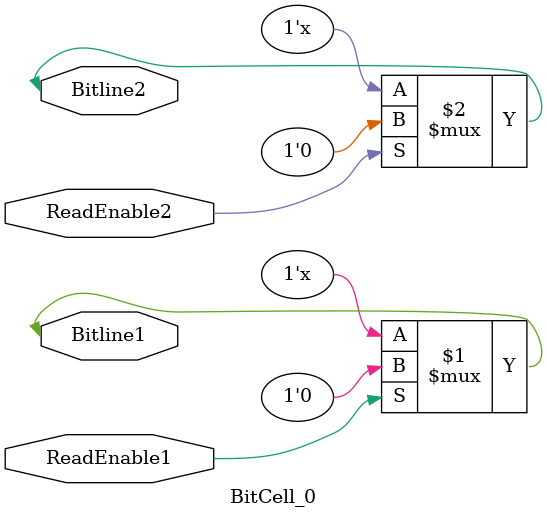
<source format=sv>
module BitCell( clk, rst, D, WriteEnable, ReadEnable1, ReadEnable2, Bitline1, Bitline2);

input clk, rst, D, WriteEnable, ReadEnable1, ReadEnable2;
wire dff_out;
inout Bitline1, Bitline2;

dff d_ff(.q(dff_out), .d(D), .wen(WriteEnable), .clk(clk), .rst(rst));

assign Bitline1 = ReadEnable1 ? dff_out : 16'bz;
assign Bitline2 = ReadEnable2 ? dff_out : 16'bz;


endmodule

module BitCell_0( ReadEnable1, ReadEnable2, Bitline1, Bitline2);

input ReadEnable1, ReadEnable2;
inout Bitline1, Bitline2;

assign Bitline1 = ReadEnable1 ? 1'b0 : 1'bz;
assign Bitline2 = ReadEnable2 ? 1'b0 : 1'bz;


endmodule

</source>
